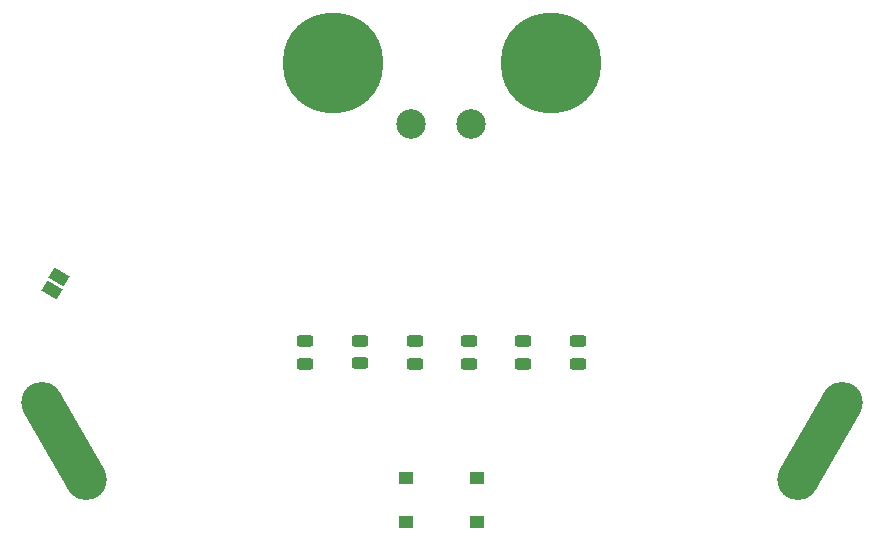
<source format=gbs>
G04 #@! TF.GenerationSoftware,KiCad,Pcbnew,8.0.4*
G04 #@! TF.CreationDate,2025-04-17T01:03:58+02:00*
G04 #@! TF.ProjectId,bms_stage_bq40z80,626d735f-7374-4616-9765-5f627134307a,rev?*
G04 #@! TF.SameCoordinates,Original*
G04 #@! TF.FileFunction,Soldermask,Bot*
G04 #@! TF.FilePolarity,Negative*
%FSLAX46Y46*%
G04 Gerber Fmt 4.6, Leading zero omitted, Abs format (unit mm)*
G04 Created by KiCad (PCBNEW 8.0.4) date 2025-04-17 01:03:58*
%MOMM*%
%LPD*%
G01*
G04 APERTURE LIST*
G04 Aperture macros list*
%AMRoundRect*
0 Rectangle with rounded corners*
0 $1 Rounding radius*
0 $2 $3 $4 $5 $6 $7 $8 $9 X,Y pos of 4 corners*
0 Add a 4 corners polygon primitive as box body*
4,1,4,$2,$3,$4,$5,$6,$7,$8,$9,$2,$3,0*
0 Add four circle primitives for the rounded corners*
1,1,$1+$1,$2,$3*
1,1,$1+$1,$4,$5*
1,1,$1+$1,$6,$7*
1,1,$1+$1,$8,$9*
0 Add four rect primitives between the rounded corners*
20,1,$1+$1,$2,$3,$4,$5,0*
20,1,$1+$1,$4,$5,$6,$7,0*
20,1,$1+$1,$6,$7,$8,$9,0*
20,1,$1+$1,$8,$9,$2,$3,0*%
%AMHorizOval*
0 Thick line with rounded ends*
0 $1 width*
0 $2 $3 position (X,Y) of the first rounded end (center of the circle)*
0 $4 $5 position (X,Y) of the second rounded end (center of the circle)*
0 Add line between two ends*
20,1,$1,$2,$3,$4,$5,0*
0 Add two circle primitives to create the rounded ends*
1,1,$1,$2,$3*
1,1,$1,$4,$5*%
%AMRotRect*
0 Rectangle, with rotation*
0 The origin of the aperture is its center*
0 $1 length*
0 $2 width*
0 $3 Rotation angle, in degrees counterclockwise*
0 Add horizontal line*
21,1,$1,$2,0,0,$3*%
G04 Aperture macros list end*
%ADD10HorizOval,3.500000X-1.875000X3.247595X1.875000X-3.247595X0*%
%ADD11C,8.500000*%
%ADD12HorizOval,3.500000X-1.875000X-3.247595X1.875000X3.247595X0*%
%ADD13RoundRect,0.243750X-0.456250X0.243750X-0.456250X-0.243750X0.456250X-0.243750X0.456250X0.243750X0*%
%ADD14C,2.500000*%
%ADD15RoundRect,0.243750X0.456250X-0.243750X0.456250X0.243750X-0.456250X0.243750X-0.456250X-0.243750X0*%
%ADD16R,1.200000X1.100000*%
%ADD17RotRect,1.000000X1.500000X60.000000*%
G04 APERTURE END LIST*
D10*
X118000000Y-101500000D03*
D11*
X159250000Y-69504000D03*
X140750000Y-69504000D03*
D12*
X182000000Y-101500000D03*
D13*
X161500000Y-93100000D03*
X161500000Y-94975000D03*
D14*
X147400000Y-74700000D03*
X152500000Y-74700000D03*
D13*
X147700000Y-93100000D03*
X147700000Y-94975000D03*
D15*
X156900000Y-94975000D03*
X156900000Y-93100000D03*
D16*
X147000000Y-104650000D03*
X147000000Y-108350000D03*
X153000000Y-104650000D03*
X153000000Y-108350000D03*
D17*
X116975000Y-88775000D03*
X117625000Y-87649166D03*
D15*
X152300000Y-94975000D03*
X152300000Y-93100000D03*
D13*
X143100000Y-93087500D03*
X143100000Y-94962500D03*
D15*
X138400000Y-94975000D03*
X138400000Y-93100000D03*
M02*

</source>
